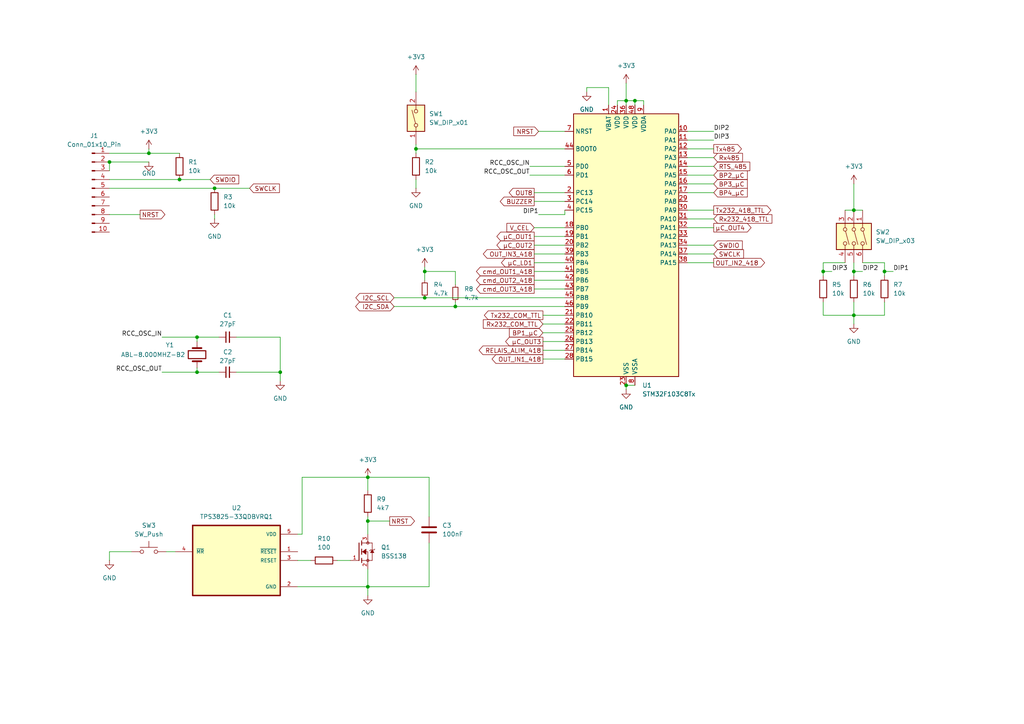
<source format=kicad_sch>
(kicad_sch (version 20250114) (generator "eeschema") (generator_version "9.0")
  (paper "A4")
  (title_block (title "MAIN MCU") (date "2025-07-26") (rev "V2") (company "TTS") (comment 1 "EP"))
  (lib_symbols
    (symbol "BSS138:BSS138" (pin_names (offset 1.016))
      (property "Reference" "Q" (at -8.89 2.54 0))
      (property "Value" "BSS138" (at -8.89 -7.62 0))
      (symbol "BSS138_0_0"
        (polyline (pts (xy 0 2.54) (xy 0 -2.54)) (stroke (width 0.254)))
        (polyline (pts (xy 0.762 3.175) (xy 0.762 2.54)) (stroke (width 0.254)))
        (polyline (pts (xy 0.762 2.54) (xy 0.762 1.905)) (stroke (width 0.254)))
        (polyline (pts (xy 0.762 2.54) (xy 3.81 2.54)) (stroke (width 0.1524)))
        (polyline (pts (xy 0.762 0.762) (xy 0.762 0)) (stroke (width 0.254)))
        (polyline (pts (xy 0.762 0) (xy 0.762 -0.762)) (stroke (width 0.254)))
        (polyline (pts (xy 0.762 0) (xy 2.54 0)) (stroke (width 0.1524)))
        (polyline (pts (xy 0.762 -1.905) (xy 0.762 -2.54)) (stroke (width 0.254)))
        (polyline (pts (xy 0.762 -2.54) (xy 0.762 -3.175)) (stroke (width 0.254)))
        (polyline (pts (xy 1.016 0) (xy 2.032 0.762) (xy 2.032 -0.762) (xy 1.016 0)) (stroke (width 0.1524)) (fill (type outline)))
        (circle (center 2.54 2.54) (radius 0.3592))
        (polyline (pts (xy 2.54 0) (xy 2.54 -2.54)) (stroke (width 0.1524)))
        (polyline (pts (xy 2.54 -2.54) (xy 0.762 -2.54)) (stroke (width 0.1524)))
        (polyline (pts (xy 2.54 -2.54) (xy 3.81 -2.54)) (stroke (width 0.1524)))
        (circle (center 2.54 -2.54) (radius 0.3592))
        (polyline (pts (xy 3.302 0.508) (xy 3.048 0.254)) (stroke (width 0.1524)))
        (polyline (pts (xy 3.81 2.54) (xy 3.81 0.508)) (stroke (width 0.1524)))
        (polyline (pts (xy 3.81 0.508) (xy 3.302 0.508)) (stroke (width 0.1524)))
        (polyline (pts (xy 3.81 0.508) (xy 3.81 -2.54)) (stroke (width 0.1524)))
        (polyline (pts (xy 3.81 0.508) (xy 3.302 -0.254) (xy 4.318 -0.254) (xy 3.81 0.508)) (stroke (width 0.1524)) (fill (type outline)))
        (polyline (pts (xy 4.318 0.508) (xy 3.81 0.508)) (stroke (width 0.1524)))
        (polyline (pts (xy 4.572 0.762) (xy 4.318 0.508)) (stroke (width 0.1524)))
        (pin passive line (at -2.54 -2.54 0) (length 2.54) (name "~") (number "1"))
        (pin passive line (at 2.54 5.08 270) (length 2.54) (name "~") (number "3"))
        (pin passive line (at 2.54 -5.08 90) (length 2.54) (name "~") (number "2"))
      )
    )
    (symbol "Connector:Conn_01x10_Pin" (pin_names (offset 1.016) (hide yes))
      (property "Reference" "J" (at 0 12.7 0))
      (property "Value" "Conn_01x10_Pin" (at 0 -15.24 0))
      (symbol "Conn_01x10_Pin_1_1"
        (rectangle (start 0.8636 10.287) (end 0 10.033) (stroke (width 0.1524)) (fill (type outline)))
        (rectangle (start 0.8636 7.747) (end 0 7.493) (stroke (width 0.1524)) (fill (type outline)))
        (rectangle (start 0.8636 5.207) (end 0 4.953) (stroke (width 0.1524)) (fill (type outline)))
        (rectangle (start 0.8636 2.667) (end 0 2.413) (stroke (width 0.1524)) (fill (type outline)))
        (rectangle (start 0.8636 0.127) (end 0 -0.127) (stroke (width 0.1524)) (fill (type outline)))
        (rectangle (start 0.8636 -2.413) (end 0 -2.667) (stroke (width 0.1524)) (fill (type outline)))
        (rectangle (start 0.8636 -4.953) (end 0 -5.207) (stroke (width 0.1524)) (fill (type outline)))
        (rectangle (start 0.8636 -7.493) (end 0 -7.747) (stroke (width 0.1524)) (fill (type outline)))
        (rectangle (start 0.8636 -10.033) (end 0 -10.287) (stroke (width 0.1524)) (fill (type outline)))
        (rectangle (start 0.8636 -12.573) (end 0 -12.827) (stroke (width 0.1524)) (fill (type outline)))
        (polyline (pts (xy 1.27 10.16) (xy 0.8636 10.16)) (stroke (width 0.1524)))
        (polyline (pts (xy 1.27 7.62) (xy 0.8636 7.62)) (stroke (width 0.1524)))
        (polyline (pts (xy 1.27 5.08) (xy 0.8636 5.08)) (stroke (width 0.1524)))
        (polyline (pts (xy 1.27 2.54) (xy 0.8636 2.54)) (stroke (width 0.1524)))
        (polyline (pts (xy 1.27 0) (xy 0.8636 0)) (stroke (width 0.1524)))
        (polyline (pts (xy 1.27 -2.54) (xy 0.8636 -2.54)) (stroke (width 0.1524)))
        (polyline (pts (xy 1.27 -5.08) (xy 0.8636 -5.08)) (stroke (width 0.1524)))
        (polyline (pts (xy 1.27 -7.62) (xy 0.8636 -7.62)) (stroke (width 0.1524)))
        (polyline (pts (xy 1.27 -10.16) (xy 0.8636 -10.16)) (stroke (width 0.1524)))
        (polyline (pts (xy 1.27 -12.7) (xy 0.8636 -12.7)) (stroke (width 0.1524)))
        (pin passive line (at 5.08 10.16 180) (length 3.81) (name "Pin_1") (number "1"))
        (pin passive line (at 5.08 7.62 180) (length 3.81) (name "Pin_2") (number "2"))
        (pin passive line (at 5.08 5.08 180) (length 3.81) (name "Pin_3") (number "3"))
        (pin passive line (at 5.08 2.54 180) (length 3.81) (name "Pin_4") (number "4"))
        (pin passive line (at 5.08 0 180) (length 3.81) (name "Pin_5") (number "5"))
        (pin passive line (at 5.08 -2.54 180) (length 3.81) (name "Pin_6") (number "6"))
        (pin passive line (at 5.08 -5.08 180) (length 3.81) (name "Pin_7") (number "7"))
        (pin passive line (at 5.08 -7.62 180) (length 3.81) (name "Pin_8") (number "8"))
        (pin passive line (at 5.08 -10.16 180) (length 3.81) (name "Pin_9") (number "9"))
        (pin passive line (at 5.08 -12.7 180) (length 3.81) (name "Pin_10") (number "10"))
      )
    )
    (symbol "Device:C" (pin_numbers (hide yes)) (pin_names (offset 0.254))
      (property "Reference" "C" (at 0.635 2.54 0))
      (property "Value" "C" (at 0.635 -2.54 0))
      (symbol "C_0_1"
        (polyline (pts (xy -2.032 0.762) (xy 2.032 0.762)) (stroke (width 0.508)))
        (polyline (pts (xy -2.032 -0.762) (xy 2.032 -0.762)) (stroke (width 0.508)))
      )
      (symbol "C_1_1"
        (pin passive line (at 0 3.81 270) (length 2.794) (name "~") (number "1"))
        (pin passive line (at 0 -3.81 90) (length 2.794) (name "~") (number "2"))
      )
    )
    (symbol "Device:C_Small" (pin_numbers (hide yes)) (pin_names (offset 0.254) (hide yes))
      (property "Reference" "C" (at 0.254 1.778 0))
      (property "Value" "C_Small" (at 0.254 -2.032 0))
      (symbol "C_Small_0_1"
        (polyline (pts (xy -1.524 0.508) (xy 1.524 0.508)) (stroke (width 0.3048)))
        (polyline (pts (xy -1.524 -0.508) (xy 1.524 -0.508)) (stroke (width 0.3302)))
      )
      (symbol "C_Small_1_1"
        (pin passive line (at 0 2.54 270) (length 2.032) (name "~") (number "1"))
        (pin passive line (at 0 -2.54 90) (length 2.032) (name "~") (number "2"))
      )
    )
    (symbol "Device:Crystal" (pin_numbers (hide yes)) (pin_names (offset 1.016) (hide yes))
      (property "Reference" "Y" (at 0 3.81 0))
      (property "Value" "Crystal" (at 0 -3.81 0))
      (symbol "Crystal_0_1"
        (polyline (pts (xy -2.54 0) (xy -1.905 0)))
        (polyline (pts (xy -1.905 -1.27) (xy -1.905 1.27)) (stroke (width 0.508)))
        (rectangle (start -1.143 2.54) (end 1.143 -2.54) (stroke (width 0.3048)))
        (polyline (pts (xy 1.905 -1.27) (xy 1.905 1.27)) (stroke (width 0.508)))
        (polyline (pts (xy 2.54 0) (xy 1.905 0)))
      )
      (symbol "Crystal_1_1"
        (pin passive line (at -3.81 0 0) (length 1.27) (name "1") (number "1"))
        (pin passive line (at 3.81 0 180) (length 1.27) (name "2") (number "2"))
      )
    )
    (symbol "Device:R" (pin_numbers (hide yes)) (pin_names (offset 0))
      (property "Reference" "R" (at 2.032 0 90))
      (property "Value" "R" (at 0 0 90))
      (symbol "R_0_1"
        (rectangle (start -1.016 -2.54) (end 1.016 2.54) (stroke (width 0.254)))
      )
      (symbol "R_1_1"
        (pin passive line (at 0 3.81 270) (length 1.27) (name "~") (number "1"))
        (pin passive line (at 0 -3.81 90) (length 1.27) (name "~") (number "2"))
      )
    )
    (symbol "Device:R_Small" (pin_numbers (hide yes)) (pin_names (offset 0.254) (hide yes))
      (property "Reference" "R" (at 0.762 0.508 0))
      (property "Value" "R_Small" (at 0.762 -1.016 0))
      (symbol "R_Small_0_1"
        (rectangle (start -0.762 1.778) (end 0.762 -1.778) (stroke (width 0.2032)))
      )
      (symbol "R_Small_1_1"
        (pin passive line (at 0 2.54 270) (length 0.762) (name "~") (number "1"))
        (pin passive line (at 0 -2.54 90) (length 0.762) (name "~") (number "2"))
      )
    )
    (symbol "MCU_ST_STM32F1:STM32F103C8Tx"
      (property "Reference" "U" (at -15.24 39.37 0))
      (property "Value" "STM32F103C8Tx" (at 7.62 39.37 0))
      (symbol "STM32F103C8Tx_0_1"
        (rectangle (start -15.24 -38.1) (end 15.24 38.1) (stroke (width 0.254)) (fill (type background)))
      )
      (symbol "STM32F103C8Tx_1_1"
        (pin input line (at -17.78 33.02 0) (length 2.54) (name "NRST") (number "7"))
        (pin input line (at -17.78 27.94 0) (length 2.54) (name "BOOT0") (number "44"))
        (pin bidirectional line (at -17.78 22.86 0) (length 2.54) (name "PD0") (number "5"))
        (pin bidirectional line (at -17.78 20.32 0) (length 2.54) (name "PD1") (number "6"))
        (pin bidirectional line (at -17.78 15.24 0) (length 2.54) (name "PC13") (number "2"))
        (pin bidirectional line (at -17.78 12.7 0) (length 2.54) (name "PC14") (number "3"))
        (pin bidirectional line (at -17.78 10.16 0) (length 2.54) (name "PC15") (number "4"))
        (pin bidirectional line (at -17.78 5.08 0) (length 2.54) (name "PB0") (number "18"))
        (pin bidirectional line (at -17.78 2.54 0) (length 2.54) (name "PB1") (number "19"))
        (pin bidirectional line (at -17.78 0 0) (length 2.54) (name "PB2") (number "20"))
        (pin bidirectional line (at -17.78 -2.54 0) (length 2.54) (name "PB3") (number "39"))
        (pin bidirectional line (at -17.78 -5.08 0) (length 2.54) (name "PB4") (number "40"))
        (pin bidirectional line (at -17.78 -7.62 0) (length 2.54) (name "PB5") (number "41"))
        (pin bidirectional line (at -17.78 -10.16 0) (length 2.54) (name "PB6") (number "42"))
        (pin bidirectional line (at -17.78 -12.7 0) (length 2.54) (name "PB7") (number "43"))
        (pin bidirectional line (at -17.78 -15.24 0) (length 2.54) (name "PB8") (number "45"))
        (pin bidirectional line (at -17.78 -17.78 0) (length 2.54) (name "PB9") (number "46"))
        (pin bidirectional line (at -17.78 -20.32 0) (length 2.54) (name "PB10") (number "21"))
        (pin bidirectional line (at -17.78 -22.86 0) (length 2.54) (name "PB11") (number "22"))
        (pin bidirectional line (at -17.78 -25.4 0) (length 2.54) (name "PB12") (number "25"))
        (pin bidirectional line (at -17.78 -27.94 0) (length 2.54) (name "PB13") (number "26"))
        (pin bidirectional line (at -17.78 -30.48 0) (length 2.54) (name "PB14") (number "27"))
        (pin bidirectional line (at -17.78 -33.02 0) (length 2.54) (name "PB15") (number "28"))
        (pin power_in line (at -5.08 40.64 270) (length 2.54) (name "VBAT") (number "1"))
        (pin power_in line (at -2.54 40.64 270) (length 2.54) (name "VDD") (number "24"))
        (pin power_in line (at 0 40.64 270) (length 2.54) (name "VDD") (number "36"))
        (pin power_in line (at 0 -40.64 90) (length 2.54) (name "VSS") (number "23"))
        (pin passive line (at 0 -40.64 90) (length 2.54) (hide yes) (name "VSS") (number "35"))
        (pin passive line (at 0 -40.64 90) (length 2.54) (hide yes) (name "VSS") (number "47"))
        (pin power_in line (at 2.54 40.64 270) (length 2.54) (name "VDD") (number "48"))
        (pin power_in line (at 2.54 -40.64 90) (length 2.54) (name "VSSA") (number "8"))
        (pin power_in line (at 5.08 40.64 270) (length 2.54) (name "VDDA") (number "9"))
        (pin bidirectional line (at 17.78 33.02 180) (length 2.54) (name "PA0") (number "10"))
        (pin bidirectional line (at 17.78 30.48 180) (length 2.54) (name "PA1") (number "11"))
        (pin bidirectional line (at 17.78 27.94 180) (length 2.54) (name "PA2") (number "12"))
        (pin bidirectional line (at 17.78 25.4 180) (length 2.54) (name "PA3") (number "13"))
        (pin bidirectional line (at 17.78 22.86 180) (length 2.54) (name "PA4") (number "14"))
        (pin bidirectional line (at 17.78 20.32 180) (length 2.54) (name "PA5") (number "15"))
        (pin bidirectional line (at 17.78 17.78 180) (length 2.54) (name "PA6") (number "16"))
        (pin bidirectional line (at 17.78 15.24 180) (length 2.54) (name "PA7") (number "17"))
        (pin bidirectional line (at 17.78 12.7 180) (length 2.54) (name "PA8") (number "29"))
        (pin bidirectional line (at 17.78 10.16 180) (length 2.54) (name "PA9") (number "30"))
        (pin bidirectional line (at 17.78 7.62 180) (length 2.54) (name "PA10") (number "31"))
        (pin bidirectional line (at 17.78 5.08 180) (length 2.54) (name "PA11") (number "32"))
        (pin bidirectional line (at 17.78 2.54 180) (length 2.54) (name "PA12") (number "33"))
        (pin bidirectional line (at 17.78 0 180) (length 2.54) (name "PA13") (number "34"))
        (pin bidirectional line (at 17.78 -2.54 180) (length 2.54) (name "PA14") (number "37"))
        (pin bidirectional line (at 17.78 -5.08 180) (length 2.54) (name "PA15") (number "38"))
      )
    )
    (symbol "Switch:SW_DIP_x01" (pin_names (offset 0) (hide yes))
      (property "Reference" "SW" (at 0 3.81 0))
      (property "Value" "SW_DIP_x01" (at 0 -3.81 0))
      (symbol "SW_DIP_x01_0_0"
        (circle (center -2.032 0) (radius 0.508))
        (polyline (pts (xy -1.524 0.127) (xy 2.3622 1.1684)))
        (circle (center 2.032 0) (radius 0.508))
      )
      (symbol "SW_DIP_x01_0_1"
        (rectangle (start -3.81 2.54) (end 3.81 -2.54) (stroke (width 0.254)) (fill (type background)))
      )
      (symbol "SW_DIP_x01_1_1"
        (pin passive line (at -7.62 0 0) (length 5.08) (name "~") (number "1"))
        (pin passive line (at 7.62 0 180) (length 5.08) (name "~") (number "2"))
      )
    )
    (symbol "Switch:SW_DIP_x03" (pin_names (offset 0) (hide yes))
      (property "Reference" "SW" (at 0 6.35 0))
      (property "Value" "SW_DIP_x03" (at 0 -6.35 0))
      (symbol "SW_DIP_x03_0_0"
        (circle (center -2.032 2.54) (radius 0.508))
        (circle (center -2.032 0) (radius 0.508))
        (circle (center -2.032 -2.54) (radius 0.508))
        (polyline (pts (xy -1.524 2.667) (xy 2.3622 3.7084)))
        (polyline (pts (xy -1.524 0.127) (xy 2.3622 1.1684)))
        (polyline (pts (xy -1.524 -2.413) (xy 2.3622 -1.3716)))
        (circle (center 2.032 2.54) (radius 0.508))
        (circle (center 2.032 0) (radius 0.508))
        (circle (center 2.032 -2.54) (radius 0.508))
      )
      (symbol "SW_DIP_x03_0_1"
        (rectangle (start -3.81 5.08) (end 3.81 -5.08) (stroke (width 0.254)) (fill (type background)))
      )
      (symbol "SW_DIP_x03_1_1"
        (pin passive line (at -7.62 2.54 0) (length 5.08) (name "~") (number "1"))
        (pin passive line (at -7.62 0 0) (length 5.08) (name "~") (number "2"))
        (pin passive line (at -7.62 -2.54 0) (length 5.08) (name "~") (number "3"))
        (pin passive line (at 7.62 2.54 180) (length 5.08) (name "~") (number "6"))
        (pin passive line (at 7.62 0 180) (length 5.08) (name "~") (number "5"))
        (pin passive line (at 7.62 -2.54 180) (length 5.08) (name "~") (number "4"))
      )
    )
    (symbol "Switch:SW_Push" (pin_numbers (hide yes)) (pin_names (offset 1.016) (hide yes))
      (property "Reference" "SW" (at 1.27 2.54 0))
      (property "Value" "SW_Push" (at 0 -1.524 0))
      (symbol "SW_Push_0_1"
        (circle (center -2.032 0) (radius 0.508))
        (polyline (pts (xy 0 1.27) (xy 0 3.048)))
        (circle (center 2.032 0) (radius 0.508))
        (polyline (pts (xy 2.54 1.27) (xy -2.54 1.27)))
        (pin passive line (at -5.08 0 0) (length 2.54) (name "1") (number "1"))
        (pin passive line (at 5.08 0 180) (length 2.54) (name "2") (number "2"))
      )
    )
    (symbol "TPS3825-33QDBVRQ1:TPS3825-33QDBVRQ1" (pin_names (offset 1.016))
      (property "Reference" "U" (at -12.7 11.16 0))
      (property "Value" "TPS3825-33QDBVRQ1" (at -12.7 -14.16 0))
      (symbol "TPS3825-33QDBVRQ1_0_0"
        (rectangle (start -12.7 -10.16) (end 12.7 10.16) (stroke (width 0.41)) (fill (type background)))
        (pin input line (at -17.78 2.54 0) (length 5.08) (name "~{MR}") (number "4"))
        (pin power_in line (at 17.78 7.62 180) (length 5.08) (name "VDD") (number "5"))
        (pin output line (at 17.78 2.54 180) (length 5.08) (name "~{RESET}") (number "1"))
        (pin output line (at 17.78 0 180) (length 5.08) (name "RESET") (number "3"))
        (pin power_in line (at 17.78 -7.62 180) (length 5.08) (name "GND") (number "2"))
      )
    )
    (symbol "power:+3V3" (power) (pin_numbers (hide yes)) (pin_names (offset 0) (hide yes))
      (property "Value" "+3V3" (at 0 3.556 0))
      (symbol "+3V3_0_1"
        (polyline (pts (xy -0.762 1.27) (xy 0 2.54)))
        (polyline (pts (xy 0 2.54) (xy 0.762 1.27)))
        (polyline (pts (xy 0 0) (xy 0 2.54)))
      )
      (symbol "+3V3_1_1"
        (pin power_in line (at 0 0 90) (length 0) (name "~") (number "1"))
      )
    )
    (symbol "power:GND" (power) (pin_numbers (hide yes)) (pin_names (offset 0) (hide yes))
      (property "Value" "GND" (at 0 -3.81 0))
      (symbol "GND_0_1"
        (polyline (pts (xy 0 0) (xy 0 -1.27) (xy 1.27 -1.27) (xy 0 -2.54) (xy -1.27 -1.27) (xy 0 -1.27)))
      )
      (symbol "GND_1_1"
        (pin power_in line (at 0 0 270) (length 0) (name "~") (number "1"))
      )
    )
  )
  (junction (at 123.19 86.36))
  (junction (at 123.19 78.74))
  (junction (at 247.65 60.96))
  (junction (at 106.68 138.43))
  (junction (at 57.15 107.95))
  (junction (at 247.65 91.44))
  (junction (at 256.54 78.74))
  (junction (at 106.68 151.13))
  (junction (at 132.08 88.9))
  (junction (at 181.61 29.21))
  (junction (at 106.68 170.18))
  (junction (at 52.07 52.07))
  (junction (at 120.65 43.18))
  (junction (at 238.76 78.74))
  (junction (at 181.61 111.76))
  (junction (at 43.18 44.45))
  (junction (at 31.75 46.99))
  (junction (at 62.23 54.61))
  (junction (at 57.15 97.79))
  (junction (at 247.65 78.74))
  (junction (at 81.28 107.95))
  (junction (at 184.15 29.21))
  (wire (pts (xy 86.36 162.56) (xy 90.17 162.56)))
  (wire (pts (xy 154.94 58.42) (xy 163.83 58.42)))
  (wire (pts (xy 247.65 78.74) (xy 247.65 80.01)))
  (wire (pts (xy 123.19 78.74) (xy 123.19 81.28)))
  (wire (pts (xy 120.65 43.18) (xy 163.83 43.18)))
  (wire (pts (xy 199.39 53.34) (xy 207.01 53.34)))
  (wire (pts (xy 199.39 43.18) (xy 207.01 43.18)))
  (wire (pts (xy 157.48 96.52) (xy 163.83 96.52)))
  (wire (pts (xy 199.39 76.2) (xy 207.01 76.2)))
  (wire (pts (xy 153.67 48.26) (xy 163.83 48.26)))
  (wire (pts (xy 48.26 160.02) (xy 50.8 160.02)))
  (wire (pts (xy 157.48 91.44) (xy 163.83 91.44)))
  (wire (pts (xy 247.65 78.74) (xy 250.19 78.74)))
  (wire (pts (xy 181.61 29.21) (xy 184.15 29.21)))
  (wire (pts (xy 57.15 97.79) (xy 57.15 99.06)))
  (wire (pts (xy 199.39 45.72) (xy 207.01 45.72)))
  (wire (pts (xy 199.39 71.12) (xy 207.01 71.12)))
  (wire (pts (xy 86.36 170.18) (xy 106.68 170.18)))
  (wire (pts (xy 132.08 88.9) (xy 114.3 88.9)))
  (wire (pts (xy 156.21 38.1) (xy 163.83 38.1)))
  (wire (pts (xy 62.23 54.61) (xy 31.75 54.61)))
  (wire (pts (xy 199.39 66.04) (xy 207.01 66.04)))
  (wire (pts (xy 163.83 62.23) (xy 156.21 62.23)))
  (wire (pts (xy 124.46 170.18) (xy 106.68 170.18)))
  (wire (pts (xy 238.76 87.63) (xy 238.76 91.44)))
  (wire (pts (xy 199.39 60.96) (xy 207.01 60.96)))
  (wire (pts (xy 62.23 62.23) (xy 62.23 63.5)))
  (wire (pts (xy 199.39 63.5) (xy 207.01 63.5)))
  (wire (pts (xy 31.75 44.45) (xy 43.18 44.45)))
  (wire (pts (xy 247.65 60.96) (xy 250.19 60.96)))
  (wire (pts (xy 46.99 97.79) (xy 57.15 97.79)))
  (wire (pts (xy 52.07 52.07) (xy 60.96 52.07)))
  (wire (pts (xy 81.28 107.95) (xy 81.28 110.49)))
  (wire (pts (xy 247.65 87.63) (xy 247.65 91.44)))
  (wire (pts (xy 199.39 48.26) (xy 207.01 48.26)))
  (wire (pts (xy 132.08 87.63) (xy 132.08 88.9)))
  (wire (pts (xy 57.15 107.95) (xy 57.15 106.68)))
  (wire (pts (xy 157.48 104.14) (xy 163.83 104.14)))
  (wire (pts (xy 123.19 86.36) (xy 163.83 86.36)))
  (wire (pts (xy 238.76 80.01) (xy 238.76 78.74)))
  (wire (pts (xy 154.94 76.2) (xy 163.83 76.2)))
  (wire (pts (xy 238.76 78.74) (xy 241.3 78.74)))
  (wire (pts (xy 68.58 107.95) (xy 81.28 107.95)))
  (wire (pts (xy 181.61 29.21) (xy 181.61 30.48)))
  (wire (pts (xy 154.94 55.88) (xy 163.83 55.88)))
  (wire (pts (xy 238.76 91.44) (xy 247.65 91.44)))
  (wire (pts (xy 106.68 151.13) (xy 106.68 154.94)))
  (wire (pts (xy 132.08 82.55) (xy 132.08 78.74)))
  (wire (pts (xy 86.36 154.94) (xy 87.63 154.94)))
  (wire (pts (xy 238.76 76.2) (xy 245.11 76.2)))
  (wire (pts (xy 181.61 24.13) (xy 181.61 29.21)))
  (wire (pts (xy 154.94 78.74) (xy 163.83 78.74)))
  (wire (pts (xy 238.76 78.74) (xy 238.76 76.2)))
  (wire (pts (xy 31.75 160.02) (xy 31.75 162.56)))
  (wire (pts (xy 120.65 21.59) (xy 120.65 26.67)))
  (wire (pts (xy 184.15 29.21) (xy 184.15 30.48)))
  (wire (pts (xy 154.94 66.04) (xy 163.83 66.04)))
  (wire (pts (xy 106.68 151.13) (xy 113.03 151.13)))
  (wire (pts (xy 154.94 68.58) (xy 163.83 68.58)))
  (wire (pts (xy 43.18 43.18) (xy 43.18 44.45)))
  (wire (pts (xy 157.48 99.06) (xy 163.83 99.06)))
  (wire (pts (xy 181.61 111.76) (xy 184.15 111.76)))
  (wire (pts (xy 31.75 46.99) (xy 31.75 49.53)))
  (wire (pts (xy 153.67 50.8) (xy 163.83 50.8)))
  (wire (pts (xy 181.61 111.76) (xy 181.61 113.03)))
  (wire (pts (xy 132.08 88.9) (xy 163.83 88.9)))
  (wire (pts (xy 247.65 91.44) (xy 247.65 93.98)))
  (wire (pts (xy 43.18 44.45) (xy 52.07 44.45)))
  (wire (pts (xy 87.63 154.94) (xy 87.63 138.43)))
  (wire (pts (xy 199.39 73.66) (xy 207.01 73.66)))
  (wire (pts (xy 199.39 40.64) (xy 207.01 40.64)))
  (wire (pts (xy 57.15 107.95) (xy 46.99 107.95)))
  (wire (pts (xy 256.54 78.74) (xy 256.54 80.01)))
  (wire (pts (xy 186.69 30.48) (xy 186.69 29.21)))
  (wire (pts (xy 163.83 60.96) (xy 163.83 62.23)))
  (wire (pts (xy 199.39 50.8) (xy 207.01 50.8)))
  (wire (pts (xy 256.54 87.63) (xy 256.54 91.44)))
  (wire (pts (xy 124.46 157.48) (xy 124.46 170.18)))
  (wire (pts (xy 123.19 78.74) (xy 132.08 78.74)))
  (wire (pts (xy 154.94 73.66) (xy 163.83 73.66)))
  (wire (pts (xy 199.39 55.88) (xy 207.01 55.88)))
  (wire (pts (xy 247.65 76.2) (xy 247.65 78.74)))
  (wire (pts (xy 120.65 52.07) (xy 120.65 54.61)))
  (wire (pts (xy 31.75 52.07) (xy 52.07 52.07)))
  (wire (pts (xy 38.1 160.02) (xy 31.75 160.02)))
  (wire (pts (xy 184.15 29.21) (xy 186.69 29.21)))
  (wire (pts (xy 62.23 54.61) (xy 72.39 54.61)))
  (wire (pts (xy 256.54 78.74) (xy 256.54 76.2)))
  (wire (pts (xy 124.46 149.86) (xy 124.46 138.43)))
  (wire (pts (xy 176.53 25.4) (xy 170.18 25.4)))
  (wire (pts (xy 123.19 77.47) (xy 123.19 78.74)))
  (wire (pts (xy 154.94 71.12) (xy 163.83 71.12)))
  (wire (pts (xy 114.3 86.36) (xy 123.19 86.36)))
  (wire (pts (xy 106.68 149.86) (xy 106.68 151.13)))
  (wire (pts (xy 68.58 97.79) (xy 81.28 97.79)))
  (wire (pts (xy 256.54 76.2) (xy 250.19 76.2)))
  (wire (pts (xy 154.94 81.28) (xy 163.83 81.28)))
  (wire (pts (xy 106.68 142.24) (xy 106.68 138.43)))
  (wire (pts (xy 57.15 107.95) (xy 63.5 107.95)))
  (wire (pts (xy 179.07 29.21) (xy 181.61 29.21)))
  (wire (pts (xy 97.79 162.56) (xy 101.6 162.56)))
  (wire (pts (xy 154.94 83.82) (xy 163.83 83.82)))
  (wire (pts (xy 120.65 43.18) (xy 120.65 44.45)))
  (wire (pts (xy 120.65 41.91) (xy 120.65 43.18)))
  (wire (pts (xy 199.39 38.1) (xy 207.01 38.1)))
  (wire (pts (xy 31.75 62.23) (xy 40.64 62.23)))
  (wire (pts (xy 176.53 30.48) (xy 176.53 25.4)))
  (wire (pts (xy 106.68 170.18) (xy 106.68 172.72)))
  (wire (pts (xy 256.54 78.74) (xy 259.08 78.74)))
  (wire (pts (xy 81.28 97.79) (xy 81.28 107.95)))
  (wire (pts (xy 157.48 93.98) (xy 163.83 93.98)))
  (wire (pts (xy 57.15 97.79) (xy 63.5 97.79)))
  (wire (pts (xy 106.68 165.1) (xy 106.68 170.18)))
  (wire (pts (xy 170.18 25.4) (xy 170.18 26.67)))
  (wire (pts (xy 179.07 30.48) (xy 179.07 29.21)))
  (wire (pts (xy 124.46 138.43) (xy 106.68 138.43)))
  (wire (pts (xy 31.75 46.99) (xy 43.18 46.99)))
  (wire (pts (xy 256.54 91.44) (xy 247.65 91.44)))
  (wire (pts (xy 245.11 60.96) (xy 247.65 60.96)))
  (wire (pts (xy 87.63 138.43) (xy 106.68 138.43)))
  (wire (pts (xy 157.48 101.6) (xy 163.83 101.6)))
  (wire (pts (xy 247.65 53.34) (xy 247.65 60.96)))
  (label "RCC_OSC_OUT" (at 153.67 50.8 180))
  (label "DIP3" (at 241.3 78.74 0))
  (label "RCC_OSC_OUT" (at 46.99 107.95 180))
  (label "DIP1" (at 156.21 62.23 180))
  (label "DIP1" (at 259.08 78.74 0))
  (label "DIP2" (at 250.19 78.74 0))
  (label "DIP2" (at 207.01 38.1 0))
  (label "RCC_OSC_IN" (at 153.67 48.26 180))
  (label "DIP3" (at 207.01 40.64 0))
  (label "RCC_OSC_IN" (at 46.99 97.79 180))
  (global_label "Tx485" (shape output) (at 207.01 43.18 0) (property "Intersheetrefs" "${INTERSHEET_REFS}" (effects (hide yes))))
  (global_label "BP2_µC" (shape input) (at 207.01 50.8 0) (property "Intersheetrefs" "${INTERSHEET_REFS}" (effects (hide yes))))
  (global_label "I2C_SDA" (shape bidirectional) (at 114.3 88.9 180) (property "Intersheetrefs" "${INTERSHEET_REFS}" (effects (hide yes))))
  (global_label "OUT_IN2_418" (shape output) (at 207.01 76.2 0) (property "Intersheetrefs" "${INTERSHEET_REFS}" (effects (hide yes))))
  (global_label "RTS_485" (shape input) (at 207.01 48.26 0) (property "Intersheetrefs" "${INTERSHEET_REFS}" (effects (hide yes))))
  (global_label "V_CEL" (shape input) (at 154.94 66.04 180) (property "Intersheetrefs" "${INTERSHEET_REFS}" (effects (hide yes))))
  (global_label "cmd_OUT2_418" (shape output) (at 154.94 81.28 180) (property "Intersheetrefs" "${INTERSHEET_REFS}" (effects (hide yes))))
  (global_label "Rx232_418_TTL" (shape input) (at 207.01 63.5 0) (property "Intersheetrefs" "${INTERSHEET_REFS}" (effects (hide yes))))
  (global_label "cmd_OUT1_418" (shape output) (at 154.94 78.74 180) (property "Intersheetrefs" "${INTERSHEET_REFS}" (effects (hide yes))))
  (global_label "Tx232_COM_TTL" (shape output) (at 157.48 91.44 180) (property "Intersheetrefs" "${INTERSHEET_REFS}" (effects (hide yes))))
  (global_label "NRST" (shape output) (at 40.64 62.23 0) (property "Intersheetrefs" "${INTERSHEET_REFS}" (effects (hide yes))))
  (global_label "RELAIS_ALIM_418" (shape output) (at 157.48 101.6 180) (property "Intersheetrefs" "${INTERSHEET_REFS}" (effects (hide yes))))
  (global_label "NRST" (shape input) (at 156.21 38.1 180) (property "Intersheetrefs" "${INTERSHEET_REFS}" (effects (hide yes))))
  (global_label "OUT_IN1_418" (shape output) (at 157.48 104.14 180) (property "Intersheetrefs" "${INTERSHEET_REFS}" (effects (hide yes))))
  (global_label "cmd_OUT3_418" (shape output) (at 154.94 83.82 180) (property "Intersheetrefs" "${INTERSHEET_REFS}" (effects (hide yes))))
  (global_label "BP3_µC" (shape input) (at 207.01 53.34 0) (property "Intersheetrefs" "${INTERSHEET_REFS}" (effects (hide yes))))
  (global_label "Rx485" (shape input) (at 207.01 45.72 0) (property "Intersheetrefs" "${INTERSHEET_REFS}" (effects (hide yes))))
  (global_label "µC_OUT4" (shape output) (at 207.01 66.04 0) (property "Intersheetrefs" "${INTERSHEET_REFS}" (effects (hide yes))))
  (global_label "OUT_IN3_418" (shape output) (at 154.94 73.66 180) (property "Intersheetrefs" "${INTERSHEET_REFS}" (effects (hide yes))))
  (global_label "SWDIO" (shape input) (at 60.96 52.07 0) (property "Intersheetrefs" "${INTERSHEET_REFS}" (effects (hide yes))))
  (global_label "NRST" (shape output) (at 113.03 151.13 0) (property "Intersheetrefs" "${INTERSHEET_REFS}" (effects (hide yes))))
  (global_label "BUZZER" (shape output) (at 154.94 58.42 180) (property "Intersheetrefs" "${INTERSHEET_REFS}" (effects (hide yes))))
  (global_label "I2C_SCL" (shape bidirectional) (at 114.3 86.36 180) (property "Intersheetrefs" "${INTERSHEET_REFS}" (effects (hide yes))))
  (global_label "SWCLK" (shape input) (at 207.01 73.66 0) (property "Intersheetrefs" "${INTERSHEET_REFS}" (effects (hide yes))))
  (global_label "µC_OUT2" (shape output) (at 154.94 71.12 180) (property "Intersheetrefs" "${INTERSHEET_REFS}" (effects (hide yes))))
  (global_label "µC_LD1" (shape output) (at 154.94 76.2 180) (property "Intersheetrefs" "${INTERSHEET_REFS}" (effects (hide yes))))
  (global_label "µC_OUT1" (shape output) (at 154.94 68.58 180) (property "Intersheetrefs" "${INTERSHEET_REFS}" (effects (hide yes))))
  (global_label "BP1_µC" (shape input) (at 157.48 96.52 180) (property "Intersheetrefs" "${INTERSHEET_REFS}" (effects (hide yes))))
  (global_label "SWDIO" (shape input) (at 207.01 71.12 0) (property "Intersheetrefs" "${INTERSHEET_REFS}" (effects (hide yes))))
  (global_label "SWCLK" (shape input) (at 72.39 54.61 0) (property "Intersheetrefs" "${INTERSHEET_REFS}" (effects (hide yes))))
  (global_label "Tx232_418_TTL" (shape output) (at 207.01 60.96 0) (property "Intersheetrefs" "${INTERSHEET_REFS}" (effects (hide yes))))
  (global_label "Rx232_COM_TTL" (shape input) (at 157.48 93.98 180) (property "Intersheetrefs" "${INTERSHEET_REFS}" (effects (hide yes))))
  (global_label "BP4_µC" (shape input) (at 207.01 55.88 0) (property "Intersheetrefs" "${INTERSHEET_REFS}" (effects (hide yes))))
  (global_label "µC_OUT3" (shape output) (at 157.48 99.06 180) (property "Intersheetrefs" "${INTERSHEET_REFS}" (effects (hide yes))))
  (global_label "OUT8" (shape output) (at 154.94 55.88 180) (property "Intersheetrefs" "${INTERSHEET_REFS}" (effects (hide yes))))
  (symbol (lib_id "Device:R") (at 106.68 146.05 0) (unit 1)
    (property "Reference" "R9" (at 109.22 144.7799 0) (effects (justify left)))
    (property "Value" "4k7" (at 109.22 147.3199 0) (effects (justify left)))
    (property "Footprint" "Resistor_SMD:R_0805_2012Metric_Pad1.20x1.40mm_HandSolder" (effects (hide yes)))
    (property "Description" "Resistor" (effects (hide yes)))
  )
  (symbol (lib_id "power:GND") (at 31.75 162.56 0) (unit 1)
    (property "Reference" "#PWR014" (effects (hide yes)))
    (property "Value" "GND" (at 31.75 167.64 0))
    (property "Description" "Power symbol creates a global label with name \"GND\" , ground" (effects (hide yes)))
  )
  (symbol (lib_id "Device:R") (at 238.76 83.82 0) (unit 1)
    (property "Reference" "R5" (at 241.3 82.5499 0) (effects (justify left)))
    (property "Value" "10k" (at 241.3 85.0899 0) (effects (justify left)))
    (property "Footprint" "Resistor_SMD:R_0805_2012Metric_Pad1.20x1.40mm_HandSolder" (effects (hide yes)))
    (property "Description" "Resistor" (effects (hide yes)))
  )
  (symbol (lib_id "Switch:SW_Push") (at 43.18 160.02 0) (unit 1)
    (property "Reference" "SW3" (at 43.18 152.4 0))
    (property "Value" "SW_Push" (at 43.18 154.94 0))
    (property "Footprint" "Button_Switch_SMD:SW_SPST_Omron_B3FS-100xP" (effects (hide yes)))
    (property "Description" "Push button switch, generic, two pins" (effects (hide yes)))
  )
  (symbol (lib_id "MCU_ST_STM32F1:STM32F103C8Tx") (at 181.61 71.12 0) (unit 1)
    (property "Reference" "U1" (at 186.2933 111.76 0) (effects (justify left)))
    (property "Value" "STM32F103C8Tx" (at 186.2933 114.3 0) (effects (justify left)))
    (property "Footprint" "Package_QFP:LQFP-48_7x7mm_P0.5mm" (effects (hide yes)))
    (property "Datasheet" "https://www.st.com/resource/en/datasheet/stm32f103c8.pdf" (effects (hide yes)))
    (property "Description" "STMicroelectronics Arm Cortex-M3 MCU, 64KB flash, 20KB RAM, 72 MHz, 2.0-3.6V, 37 GPIO, LQFP48" (effects (hide yes)))
  )
  (symbol (lib_id "Device:R") (at 62.23 58.42 0) (unit 1)
    (property "Reference" "R3" (at 64.77 57.1499 0) (effects (justify left)))
    (property "Value" "10k" (at 64.77 59.6899 0) (effects (justify left)))
    (property "Footprint" "Resistor_SMD:R_0805_2012Metric_Pad1.20x1.40mm_HandSolder" (effects (hide yes)))
    (property "Description" "Resistor" (effects (hide yes)))
  )
  (symbol (lib_id "Device:Crystal") (at 57.15 102.87 270) (unit 1)
    (property "Reference" "Y1" (at 48.006 100.076 90) (effects (justify left)))
    (property "Value" "ABL-8.000MHZ-B2" (at 35.052 102.87 90) (effects (justify left)))
    (property "Footprint" "Crystal:Crystal_SMD_HC49-SD" (effects (hide yes)))
    (property "Description" "Two pin crystal" (effects (hide yes)))
  )
  (symbol (lib_id "Switch:SW_DIP_x03") (at 247.65 68.58 270) (unit 1)
    (property "Reference" "SW2" (at 254 67.3099 90) (effects (justify left)))
    (property "Value" "SW_DIP_x03" (at 254 69.8499 90) (effects (justify left)))
    (property "Footprint" "Button_Switch_SMD:SW_DIP_SPSTx03_Slide_Omron_A6S-310x_W8.9mm_P2.54mm" (effects (hide yes)))
    (property "Description" "3x DIP Switch, Single Pole Single Throw (SPST) switch, small symbol" (effects (hide yes)))
  )
  (symbol (lib_id "power:GND") (at 43.18 46.99 0) (unit 1)
    (property "Reference" "#PWR05" (effects (hide yes)))
    (property "Value" "GND" (at 43.18 50.292 0))
    (property "Description" "Power symbol creates a global label with name \"GND\" , ground" (effects (hide yes)))
  )
  (symbol (lib_id "Device:R_Small") (at 132.08 85.09 0) (unit 1)
    (property "Reference" "R8" (at 134.62 83.8199 0) (effects (justify left)))
    (property "Value" "4.7k" (at 134.62 86.3599 0) (effects (justify left)))
    (property "Footprint" "Resistor_SMD:R_0805_2012Metric_Pad1.20x1.40mm_HandSolder" (effects (hide yes)))
    (property "Description" "Resistor, small symbol" (effects (hide yes)))
  )
  (symbol (lib_id "power:+3V3") (at 123.19 77.47 0) (unit 1)
    (property "Reference" "#PWR09" (effects (hide yes)))
    (property "Value" "+3V3" (at 123.19 72.39 0))
    (property "Description" "Power symbol creates a global label with name \"+3V3\"" (effects (hide yes)))
  )
  (symbol (lib_id "power:+3V3") (at 106.68 138.43 0) (unit 1)
    (property "Reference" "#PWR013" (effects (hide yes)))
    (property "Value" "+3V3" (at 106.68 133.35 0))
    (property "Description" "Power symbol creates a global label with name \"+3V3\"" (effects (hide yes)))
  )
  (symbol (lib_id "power:+3V3") (at 247.65 53.34 0) (unit 1)
    (property "Reference" "#PWR06" (effects (hide yes)))
    (property "Value" "+3V3" (at 247.65 48.26 0))
    (property "Description" "Power symbol creates a global label with name \"+3V3\"" (effects (hide yes)))
  )
  (symbol (lib_id "Device:R") (at 52.07 48.26 0) (unit 1)
    (property "Reference" "R1" (at 54.61 46.9899 0) (effects (justify left)))
    (property "Value" "10k" (at 54.61 49.5299 0) (effects (justify left)))
    (property "Footprint" "Resistor_SMD:R_0805_2012Metric_Pad1.20x1.40mm_HandSolder" (effects (hide yes)))
    (property "Description" "Resistor" (effects (hide yes)))
  )
  (symbol (lib_id "Device:R") (at 247.65 83.82 0) (unit 1)
    (property "Reference" "R6" (at 250.19 82.5499 0) (effects (justify left)))
    (property "Value" "10k" (at 250.19 85.0899 0) (effects (justify left)))
    (property "Footprint" "Resistor_SMD:R_0805_2012Metric_Pad1.20x1.40mm_HandSolder" (effects (hide yes)))
    (property "Description" "Resistor" (effects (hide yes)))
  )
  (symbol (lib_id "Connector:Conn_01x10_Pin") (at 26.67 54.61 0) (unit 1)
    (property "Reference" "J1" (at 27.305 39.37 0))
    (property "Value" "Conn_01x10_Pin" (at 27.305 41.91 0))
    (property "Footprint" "Connector_PinHeader_2.54mm:PinHeader_1x10_P2.54mm_Vertical" (effects (hide yes)))
    (property "Description" "Generic connector, single row, 01x10, script generated" (effects (hide yes)))
  )
  (symbol (lib_id "Device:R_Small") (at 123.19 83.82 0) (unit 1)
    (property "Reference" "R4" (at 125.73 82.5499 0) (effects (justify left)))
    (property "Value" "4.7k" (at 125.73 85.0899 0) (effects (justify left)))
    (property "Footprint" "Resistor_SMD:R_0805_2012Metric_Pad1.20x1.40mm_HandSolder" (effects (hide yes)))
    (property "Description" "Resistor, small symbol" (effects (hide yes)))
  )
  (symbol (lib_id "power:+3V3") (at 181.61 24.13 0) (unit 1)
    (property "Reference" "#PWR02" (effects (hide yes)))
    (property "Value" "+3V3" (at 181.61 19.05 0))
    (property "Description" "Power symbol creates a global label with name \"+3V3\"" (effects (hide yes)))
  )
  (symbol (lib_id "Device:C_Small") (at 66.04 107.95 90) (unit 1)
    (property "Reference" "C2" (at 66.04 102.108 90))
    (property "Value" "27pF" (at 66.04 104.648 90))
    (property "Footprint" "Capacitor_SMD:C_0805_2012Metric_Pad1.18x1.45mm_HandSolder" (effects (hide yes)))
    (property "Description" "Unpolarized capacitor, small symbol" (effects (hide yes)))
  )
  (symbol (lib_id "power:GND") (at 81.28 110.49 0) (unit 1)
    (property "Reference" "#PWR011" (effects (hide yes)))
    (property "Value" "GND" (at 81.28 115.57 0))
    (property "Description" "Power symbol creates a global label with name \"GND\" , ground" (effects (hide yes)))
  )
  (symbol (lib_id "power:GND") (at 170.18 26.67 0) (unit 1)
    (property "Reference" "#PWR03" (effects (hide yes)))
    (property "Value" "GND" (at 170.18 31.75 0))
    (property "Description" "Power symbol creates a global label with name \"GND\" , ground" (effects (hide yes)))
  )
  (symbol (lib_id "power:GND") (at 120.65 54.61 0) (unit 1)
    (property "Reference" "#PWR07" (effects (hide yes)))
    (property "Value" "GND" (at 120.65 59.69 0))
    (property "Description" "Power symbol creates a global label with name \"GND\" , ground" (effects (hide yes)))
  )
  (symbol (lib_id "power:GND") (at 247.65 93.98 0) (unit 1)
    (property "Reference" "#PWR010" (effects (hide yes)))
    (property "Value" "GND" (at 247.65 99.06 0))
    (property "Description" "Power symbol creates a global label with name \"GND\" , ground" (effects (hide yes)))
  )
  (symbol (lib_id "power:+3V3") (at 120.65 21.59 0) (unit 1)
    (property "Reference" "#PWR01" (effects (hide yes)))
    (property "Value" "+3V3" (at 120.65 16.51 0))
    (property "Description" "Power symbol creates a global label with name \"+3V3\"" (effects (hide yes)))
  )
  (symbol (lib_id "BSS138:BSS138") (at 104.14 160.02 0) (unit 1)
    (property "Reference" "Q1" (at 110.49 158.7499 0) (effects (justify left)))
    (property "Value" "BSS138" (at 110.49 161.2899 0) (effects (justify left)))
    (property "Footprint" "BSS138:SOT95P240X111-3N" (effects (hide yes)))
    (property "MF" "onsemi" (effects (hide yes)))
    (property "MAXIMUM_PACKAGE_HEIGHT" "1.11 mm" (effects (hide yes)))
    (property "Package" "SOT-23-3 ON Semiconductor" (effects (hide yes)))
    (property "Price" "None" (effects (hide yes)))
    (property "Check_prices" "https://www.snapeda.com/parts/BSS138/Onsemi/view-part/?ref=eda" (effects (hide yes)))
    (property "STANDARD" "IPC 7351B" (effects (hide yes)))
    (property "PARTREV" "30 Jan 2018" (effects (hide yes)))
    (property "SnapEDA_Link" "https://www.snapeda.com/parts/BSS138/Onsemi/view-part/?ref=snap" (effects (hide yes)))
    (property "MP" "BSS138" (effects (hide yes)))
    (property "Description_1" "N-Channel 50 V 220mA (Ta) 350mW (Ta) Surface Mount SOT-23-3" (effects (hide yes)))
    (property "Availability" "In Stock" (effects (hide yes)))
    (property "MANUFACTURER" "ON Semiconductor" (effects (hide yes)))
  )
  (symbol (lib_id "power:GND") (at 181.61 113.03 0) (unit 1)
    (property "Reference" "#PWR012" (effects (hide yes)))
    (property "Value" "GND" (at 181.61 118.11 0))
    (property "Description" "Power symbol creates a global label with name \"GND\" , ground" (effects (hide yes)))
  )
  (symbol (lib_id "Device:R") (at 93.98 162.56 90) (unit 1)
    (property "Reference" "R10" (at 93.98 156.21 90))
    (property "Value" "100" (at 93.98 158.75 90))
    (property "Footprint" "Resistor_SMD:R_0805_2012Metric_Pad1.20x1.40mm_HandSolder" (effects (hide yes)))
    (property "Description" "Resistor" (effects (hide yes)))
  )
  (symbol (lib_id "power:GND") (at 106.68 172.72 0) (unit 1)
    (property "Reference" "#PWR015" (effects (hide yes)))
    (property "Value" "GND" (at 106.68 177.8 0))
    (property "Description" "Power symbol creates a global label with name \"GND\" , ground" (effects (hide yes)))
  )
  (symbol (lib_id "Device:C") (at 124.46 153.67 0) (unit 1)
    (property "Reference" "C3" (at 128.27 152.3999 0) (effects (justify left)))
    (property "Value" "100nF" (at 128.27 154.9399 0) (effects (justify left)))
    (property "Footprint" "Capacitor_SMD:C_0805_2012Metric_Pad1.18x1.45mm_HandSolder" (effects (hide yes)))
    (property "Description" "Unpolarized capacitor" (effects (hide yes)))
  )
  (symbol (lib_id "power:+3V3") (at 43.18 43.18 0) (unit 1)
    (property "Reference" "#PWR04" (effects (hide yes)))
    (property "Value" "+3V3" (at 43.18 38.1 0))
    (property "Description" "Power symbol creates a global label with name \"+3V3\"" (effects (hide yes)))
  )
  (symbol (lib_id "Switch:SW_DIP_x01") (at 120.65 34.29 90) (unit 1)
    (property "Reference" "SW1" (at 124.46 33.0199 90) (effects (justify right)))
    (property "Value" "SW_DIP_x01" (at 124.46 35.5599 90) (effects (justify right)))
    (property "Footprint" "Button_Switch_SMD:SW_DIP_SPSTx01_Slide_9.78x4.72mm_W8.61mm_P2.54mm" (effects (hide yes)))
    (property "Description" "1x DIP Switch, Single Pole Single Throw (SPST) switch, small symbol" (effects (hide yes)))
  )
  (symbol (lib_id "Device:R") (at 256.54 83.82 0) (unit 1)
    (property "Reference" "R7" (at 259.08 82.5499 0) (effects (justify left)))
    (property "Value" "10k" (at 259.08 85.0899 0) (effects (justify left)))
    (property "Footprint" "Resistor_SMD:R_0805_2012Metric_Pad1.20x1.40mm_HandSolder" (effects (hide yes)))
    (property "Description" "Resistor" (effects (hide yes)))
  )
  (symbol (lib_id "Device:R") (at 120.65 48.26 0) (unit 1)
    (property "Reference" "R2" (at 123.19 46.9899 0) (effects (justify left)))
    (property "Value" "10k" (at 123.19 49.5299 0) (effects (justify left)))
    (property "Footprint" "Resistor_SMD:R_0805_2012Metric_Pad1.20x1.40mm_HandSolder" (effects (hide yes)))
    (property "Description" "Resistor" (effects (hide yes)))
  )
  (symbol (lib_id "Device:C_Small") (at 66.04 97.79 90) (unit 1)
    (property "Reference" "C1" (at 66.0463 91.44 90))
    (property "Value" "27pF" (at 66.0463 93.98 90))
    (property "Footprint" "Capacitor_SMD:C_0805_2012Metric_Pad1.18x1.45mm_HandSolder" (effects (hide yes)))
    (property "Description" "Unpolarized capacitor, small symbol" (effects (hide yes)))
  )
  (symbol (lib_id "power:GND") (at 62.23 63.5 0) (unit 1)
    (property "Reference" "#PWR08" (effects (hide yes)))
    (property "Value" "GND" (at 62.23 68.58 0))
    (property "Description" "Power symbol creates a global label with name \"GND\" , ground" (effects (hide yes)))
  )
  (symbol (lib_id "TPS3825-33QDBVRQ1:TPS3825-33QDBVRQ1") (at 68.58 162.56 0) (unit 1)
    (property "Reference" "U2" (at 68.58 147.32 0))
    (property "Value" "TPS3825-33QDBVRQ1" (at 68.58 149.86 0))
    (property "Footprint" "TPS3825-33QDBVRQ1:TPS3825-SOT95P280X145-5N" (effects (hide yes)))
    (property "MF" "Texas Instruments" (effects (hide yes)))
    (property "Description_1" "Automotive voltage supervisor (reset IC) with manual reset" (effects (hide yes)))
    (property "Package" "SOT-23-5 Texas Instruments" (effects (hide yes)))
    (property "Price" "None" (effects (hide yes)))
    (property "SnapEDA_Link" "https://www.snapeda.com/parts/TPS3825-33QDBVRQ1/Texas+Instruments/view-part/?ref=snap" (effects (hide yes)))
    (property "MP" "TPS3825-33QDBVRQ1" (effects (hide yes)))
    (property "Availability" "In Stock" (effects (hide yes)))
    (property "Check_prices" "https://www.snapeda.com/parts/TPS3825-33QDBVRQ1/Texas+Instruments/view-part/?ref=eda" (effects (hide yes)))
  )
  (sheet (at -39.37 92.71) (size 21.59 17.78) (stroke (width 0.1524))
    (property "Sheetname" "Capteurs et autres sorties" (at -39.37 91.9984 0) (effects (justify left bottom)))
    (property "Sheetfile" "capteurs.kicad_sch" (effects (hide yes)))
  )
  (sheet (at -38.1 43.18) (size 20.32 15.24) (stroke (width 0.1524))
    (property "Sheetname" "Input Output" (at -38.1 42.4684 0) (effects (justify left bottom)))
    (property "Sheetfile" "InputOutput.kicad_sch" (effects (hide yes)))
  )
  (sheet (at -39.37 66.04) (size 20.32 19.05) (stroke (width 0.1524))
    (property "Sheetname" "com RS232-485" (at -39.37 65.3284 0) (effects (justify left bottom)))
    (property "Sheetfile" "com_RS232_485.kicad_sch" (effects (hide yes)))
  )
  (sheet (at -38.1 21.59) (size 20.32 16.51) (stroke (width 0.1524))
    (property "Sheetname" "Alim" (at -38.1 20.8784 0) (effects (justify left bottom)))
    (property "Sheetfile" "untitled.kicad_sch" (effects (hide yes)))
  )
)
</source>
